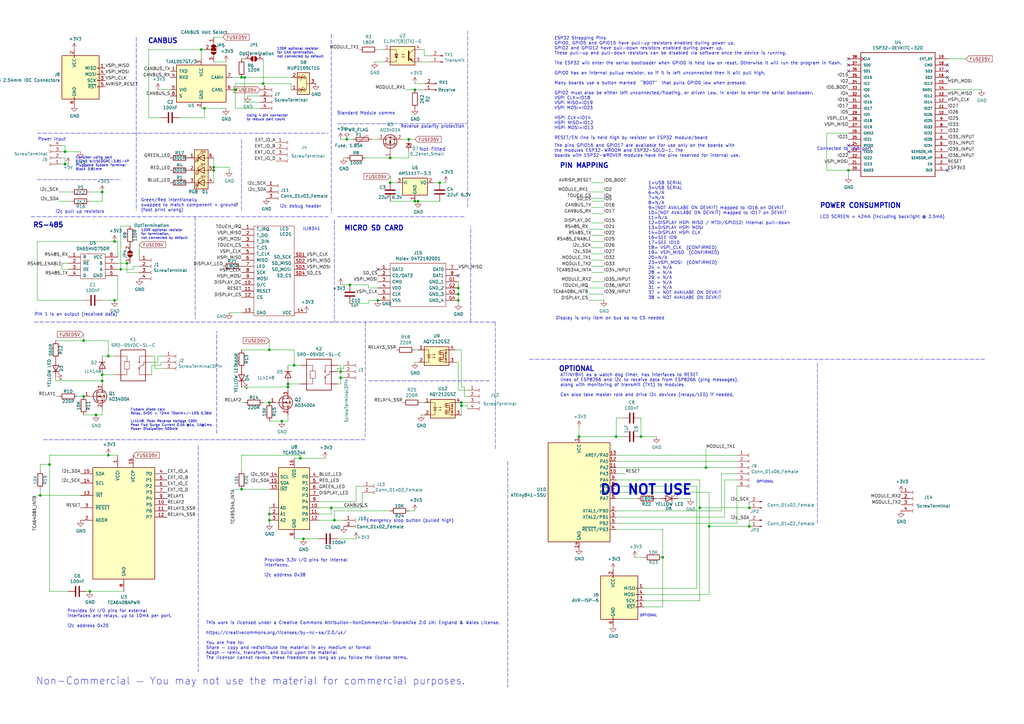
<source format=kicad_sch>
(kicad_sch (version 20211123) (generator eeschema)
  (paper "A3")
  (title_block (title "DIYBMS ESP32 CONTROLLER") (date "2021-04-08") (rev "1.1") (company "Stuart Pittaway"))
  (junction (at 160.02 64.77))
  (junction (at 36.83 242.57))
  (junction (at 139.7 154.94))
  (junction (at 180.34 74.93))
  (junction (at 139.7 152.4))
  (junction (at 20.32 190.5))
  (junction (at 187.96 123.19))
  (junction (at 34.29 139.7))
  (junction (at 34.29 162.56))
  (junction (at 26.67 67.31))
  (junction (at 289.56 191.77))
  (junction (at 307.34 208.28))
  (junction (at 287.02 208.28))
  (junction (at 39.37 170.18))
  (junction (at 347.98 69.85))
  (junction (at 171.45 82.55))
  (junction (at 167.64 57.15))
  (junction (at 124.46 220.98))
  (junction (at 160.02 74.93))
  (junction (at 154.94 123.19))
  (junction (at 83.82 44.45))
  (junction (at 115.57 172.72))
  (junction (at 87.63 68.58))
  (junction (at 107.95 34.29))
  (junction (at 290.83 215.9))
  (junction (at 118.11 158.75))
  (junction (at 44.45 146.05))
  (junction (at 307.34 215.9))
  (junction (at 135.89 208.28))
  (junction (at 99.06 31.75))
  (junction (at 87.63 69.85))
  (junction (at 137.16 213.36))
  (junction (at 96.52 36.83))
  (junction (at 110.49 165.1))
  (junction (at 189.23 165.1))
  (junction (at 41.91 156.21))
  (junction (at 110.49 213.36))
  (junction (at 262.89 179.07))
  (junction (at 110.49 143.51))
  (junction (at 99.06 200.66))
  (junction (at 187.96 120.65))
  (junction (at 100.33 31.75))
  (junction (at 16.51 203.2))
  (junction (at 120.65 149.86))
  (junction (at 170.18 82.55))
  (junction (at 41.91 153.67))
  (junction (at 118.11 157.48))
  (junction (at 271.78 228.6))
  (junction (at 252.73 179.07))
  (junction (at 237.49 179.07))
  (junction (at 46.99 123.19))
  (junction (at 82.55 20.32))
  (junction (at 143.51 116.84))
  (junction (at 123.19 187.96))
  (junction (at 49.53 110.49))
  (junction (at 142.24 57.15))
  (junction (at 44.45 186.69))
  (junction (at 170.18 36.83))
  (junction (at 41.91 78.74))
  (junction (at 189.23 166.37))
  (junction (at 46.99 99.06))
  (junction (at 110.49 210.82))
  (junction (at 187.96 118.11))
  (junction (at 52.07 107.95))
  (junction (at 26.67 62.23))
  (no_connect (at 388.62 69.85))
  (no_connect (at 347.98 59.69))
  (no_connect (at 154.94 110.49))
  (no_connect (at 187.96 113.03))
  (no_connect (at 347.98 24.13))
  (no_connect (at 347.98 29.21))
  (no_connect (at 347.98 62.23))
  (no_connect (at 388.62 26.67))
  (no_connect (at 347.98 26.67))
  (no_connect (at 388.62 31.75))
  (no_connect (at 388.62 29.21))
  (wire (pts (xy 242.57 101.6) (xy 247.65 101.6)))
  (wire (pts (xy 35.56 242.57) (xy 36.83 242.57)))
  (wire (pts (xy 22.86 139.7) (xy 34.29 139.7)))
  (wire (pts (xy 100.33 41.91) (xy 106.68 41.91)))
  (polyline (pts (xy 13.97 132.08) (xy 203.2 132.08)))
  (wire (pts (xy 139.7 154.94) (xy 139.7 157.48)))
  (wire (pts (xy 36.83 78.74) (xy 41.91 78.74)))
  (wire (pts (xy 25.4 62.23) (xy 26.67 62.23)))
  (polyline (pts (xy 217.17 147.32) (xy 403.86 147.32)))
  (wire (pts (xy 49.53 110.49) (xy 54.61 110.49)))
  (wire (pts (xy 135.89 208.28) (xy 148.59 208.28)))
  (wire (pts (xy 25.4 64.77) (xy 26.67 64.77)))
  (wire (pts (xy 285.75 199.39) (xy 285.75 241.3)))
  (wire (pts (xy 26.67 62.23) (xy 33.02 62.23)))
  (wire (pts (xy 63.5 146.05) (xy 63.5 151.13)))
  (polyline (pts (xy 135.89 13.97) (xy 135.89 87.63)))
  (wire (pts (xy 130.81 210.82) (xy 135.89 210.82)))
  (wire (pts (xy 172.72 25.4) (xy 176.53 25.4)))
  (wire (pts (xy 190.5 162.56) (xy 191.77 162.56)))
  (wire (pts (xy 99.06 165.1) (xy 100.33 165.1)))
  (wire (pts (xy 120.65 187.96) (xy 123.19 187.96)))
  (wire (pts (xy 190.5 158.75) (xy 190.5 162.56)))
  (wire (pts (xy 64.77 36.83) (xy 69.85 36.83)))
  (polyline (pts (xy 149.86 132.08) (xy 149.86 179.07)))
  (wire (pts (xy 173.99 20.32) (xy 172.72 20.32)))
  (wire (pts (xy 151.13 118.11) (xy 151.13 116.84)))
  (wire (pts (xy 41.91 167.64) (xy 41.91 170.18)))
  (wire (pts (xy 31.75 162.56) (xy 34.29 162.56)))
  (wire (pts (xy 237.49 175.26) (xy 237.49 179.07)))
  (wire (pts (xy 149.86 64.77) (xy 160.02 64.77)))
  (wire (pts (xy 99.06 158.75) (xy 118.11 158.75)))
  (polyline (pts (xy 138.43 88.9) (xy 190.5 88.9)))
  (wire (pts (xy 242.57 104.14) (xy 247.65 104.14)))
  (wire (pts (xy 347.98 72.39) (xy 347.98 69.85)))
  (polyline (pts (xy 49.53 73.66) (xy 49.53 73.66)))
  (wire (pts (xy 255.27 171.45) (xy 252.73 171.45)))
  (wire (pts (xy 96.52 36.83) (xy 96.52 34.29)))
  (wire (pts (xy 241.3 78.74) (xy 247.65 78.74)))
  (wire (pts (xy 307.34 208.28) (xy 287.02 208.28)))
  (wire (pts (xy 101.6 39.37) (xy 106.68 39.37)))
  (wire (pts (xy 130.81 208.28) (xy 135.89 208.28)))
  (wire (pts (xy 143.51 124.46) (xy 151.13 124.46)))
  (wire (pts (xy 93.98 128.27) (xy 99.06 128.27)))
  (wire (pts (xy 187.96 160.02) (xy 191.77 160.02)))
  (polyline (pts (xy 208.28 189.23) (xy 208.28 281.94)))
  (wire (pts (xy 242.57 96.52) (xy 247.65 96.52)))
  (wire (pts (xy 41.91 157.48) (xy 41.91 156.21)))
  (wire (pts (xy 16.51 193.04) (xy 16.51 190.5)))
  (wire (pts (xy 67.31 148.59) (xy 66.04 148.59)))
  (polyline (pts (xy 137.16 90.17) (xy 137.16 132.08)))
  (wire (pts (xy 44.45 146.05) (xy 41.91 146.05)))
  (wire (pts (xy 252.73 191.77) (xy 289.56 191.77)))
  (wire (pts (xy 83.82 48.26) (xy 73.66 48.26)))
  (wire (pts (xy 83.82 44.45) (xy 92.71 44.45)))
  (wire (pts (xy 22.86 156.21) (xy 41.91 156.21)))
  (wire (pts (xy 252.73 171.45) (xy 252.73 179.07)))
  (wire (pts (xy 297.18 196.85) (xy 297.18 212.09)))
  (wire (pts (xy 143.51 116.84) (xy 139.7 116.84)))
  (wire (pts (xy 152.4 57.15) (xy 154.94 57.15)))
  (wire (pts (xy 99.06 143.51) (xy 110.49 143.51)))
  (wire (pts (xy 34.29 139.7) (xy 44.45 139.7)))
  (wire (pts (xy 119.38 31.75) (xy 100.33 31.75)))
  (wire (pts (xy 52.07 107.95) (xy 53.34 107.95)))
  (wire (pts (xy 388.62 24.13) (xy 396.24 24.13)))
  (wire (pts (xy 307.34 213.36) (xy 307.34 215.9)))
  (wire (pts (xy 52.07 111.76) (xy 52.07 107.95)))
  (wire (pts (xy 241.3 123.19) (xy 247.65 123.19)))
  (wire (pts (xy 118.11 158.75) (xy 118.11 157.48)))
  (wire (pts (xy 140.97 64.77) (xy 142.24 64.77)))
  (wire (pts (xy 339.09 69.85) (xy 339.09 54.61)))
  (wire (pts (xy 130.81 213.36) (xy 137.16 213.36)))
  (wire (pts (xy 287.02 196.85) (xy 287.02 208.28)))
  (wire (pts (xy 15.24 123.19) (xy 34.29 123.19)))
  (wire (pts (xy 176.53 22.86) (xy 173.99 22.86)))
  (wire (pts (xy 46.99 123.19) (xy 41.91 123.19)))
  (wire (pts (xy 26.67 59.69) (xy 26.67 62.23)))
  (wire (pts (xy 160.02 64.77) (xy 167.64 64.77)))
  (wire (pts (xy 123.19 187.96) (xy 133.35 187.96)))
  (wire (pts (xy 137.16 209.55) (xy 160.02 209.55)))
  (wire (pts (xy 123.19 186.69) (xy 99.06 186.69)))
  (wire (pts (xy 20.32 242.57) (xy 20.32 190.5)))
  (wire (pts (xy 82.55 20.32) (xy 82.55 24.13)))
  (wire (pts (xy 46.99 146.05) (xy 44.45 146.05)))
  (wire (pts (xy 46.99 99.06) (xy 15.24 99.06)))
  (wire (pts (xy 87.63 74.93) (xy 87.63 69.85)))
  (wire (pts (xy 60.96 48.26) (xy 60.96 20.32)))
  (wire (pts (xy 241.3 120.65) (xy 247.65 120.65)))
  (wire (pts (xy 22.86 162.56) (xy 24.13 162.56)))
  (wire (pts (xy 48.26 113.03) (xy 48.26 123.19)))
  (wire (pts (xy 187.96 118.11) (xy 187.96 115.57)))
  (wire (pts (xy 241.3 93.98) (xy 247.65 93.98)))
  (polyline (pts (xy 193.04 132.08) (xy 193.04 92.71)))
  (wire (pts (xy 115.57 172.72) (xy 118.11 172.72)))
  (wire (pts (xy 57.15 111.76) (xy 52.07 111.76)))
  (wire (pts (xy 167.64 209.55) (xy 170.18 209.55)))
  (wire (pts (xy 26.67 67.31) (xy 27.94 67.31)))
  (wire (pts (xy 148.59 199.39) (xy 146.05 199.39)))
  (wire (pts (xy 262.89 171.45) (xy 262.89 179.07)))
  (wire (pts (xy 20.32 186.69) (xy 44.45 186.69)))
  (wire (pts (xy 255.27 179.07) (xy 252.73 179.07)))
  (wire (pts (xy 22.86 154.94) (xy 22.86 156.21)))
  (wire (pts (xy 138.43 151.13) (xy 140.97 151.13)))
  (wire (pts (xy 151.13 124.46) (xy 151.13 123.19)))
  (wire (pts (xy 189.23 165.1) (xy 189.23 166.37)))
  (wire (pts (xy 110.49 143.51) (xy 120.65 143.51)))
  (polyline (pts (xy 191.77 85.09) (xy 191.77 12.7)))
  (polyline (pts (xy 138.43 50.8) (xy 191.77 50.8)))
  (polyline (pts (xy 15.24 54.61) (xy 134.62 54.61)))
  (wire (pts (xy 15.24 203.2) (xy 16.51 203.2)))
  (polyline (pts (xy 203.2 132.08) (xy 203.2 184.15)))
  (wire (pts (xy 34.29 137.16) (xy 34.29 139.7)))
  (wire (pts (xy 297.18 212.09) (xy 252.73 212.09)))
  (wire (pts (xy 295.91 194.31) (xy 302.26 194.31)))
  (wire (pts (xy 27.94 107.95) (xy 25.4 107.95)))
  (wire (pts (xy 24.13 82.55) (xy 29.21 82.55)))
  (wire (pts (xy 154.94 118.11) (xy 151.13 118.11)))
  (polyline (pts (xy 80.01 88.9) (xy 80.01 130.81)))
  (wire (pts (xy 242.57 99.06) (xy 247.65 99.06)))
  (wire (pts (xy 289.56 191.77) (xy 302.26 191.77)))
  (wire (pts (xy 41.91 78.74) (xy 41.91 82.55)))
  (wire (pts (xy 99.06 31.75) (xy 100.33 31.75)))
  (wire (pts (xy 173.99 34.29) (xy 170.18 34.29)))
  (wire (pts (xy 260.35 228.6) (xy 264.16 228.6)))
  (wire (pts (xy 96.52 44.45) (xy 106.68 44.45)))
  (wire (pts (xy 25.4 59.69) (xy 26.67 59.69)))
  (wire (pts (xy 49.53 110.49) (xy 48.26 110.49)))
  (wire (pts (xy 48.26 105.41) (xy 48.26 99.06)))
  (wire (pts (xy 137.16 213.36) (xy 137.16 209.55)))
  (wire (pts (xy 87.63 68.58) (xy 93.98 68.58)))
  (wire (pts (xy 139.7 152.4) (xy 139.7 154.94)))
  (wire (pts (xy 242.57 109.22) (xy 247.65 109.22)))
  (wire (pts (xy 278.13 204.47) (xy 283.21 204.47)))
  (wire (pts (xy 252.73 204.47) (xy 261.62 204.47)))
  (wire (pts (xy 302.26 214.63) (xy 302.26 199.39)))
  (wire (pts (xy 110.49 172.72) (xy 115.57 172.72)))
  (wire (pts (xy 138.43 152.4) (xy 138.43 151.13)))
  (wire (pts (xy 295.91 209.55) (xy 295.91 194.31)))
  (wire (pts (xy 66.04 148.59) (xy 66.04 149.86)))
  (wire (pts (xy 110.49 139.7) (xy 110.49 143.51)))
  (wire (pts (xy 264.16 243.84) (xy 290.83 243.84)))
  (wire (pts (xy 252.73 196.85) (xy 287.02 196.85)))
  (polyline (pts (xy 335.28 214.63) (xy 335.28 148.59)))
  (polyline (pts (xy 99.06 57.15) (xy 99.06 86.36)))
  (wire (pts (xy 172.72 170.18) (xy 173.99 170.18)))
  (wire (pts (xy 118.11 170.18) (xy 118.11 172.72)))
  (wire (pts (xy 99.06 186.69) (xy 99.06 193.04)))
  (wire (pts (xy 83.82 44.45) (xy 83.82 48.26)))
  (wire (pts (xy 307.34 215.9) (xy 290.83 215.9)))
  (wire (pts (xy 154.94 20.32) (xy 157.48 20.32)))
  (wire (pts (xy 100.33 31.75) (xy 100.33 41.91)))
  (wire (pts (xy 189.23 143.51) (xy 189.23 158.75)))
  (wire (pts (xy 189.23 165.1) (xy 191.77 165.1)))
  (wire (pts (xy 242.57 106.68) (xy 247.65 106.68)))
  (wire (pts (xy 287.02 208.28) (xy 287.02 246.38)))
  (wire (pts (xy 63.5 151.13) (xy 67.31 151.13)))
  (wire (pts (xy 171.45 82.55) (xy 180.34 82.55)))
  (wire (pts (xy 138.43 220.98) (xy 146.05 220.98)))
  (wire (pts (xy 187.96 123.19) (xy 187.96 120.65)))
  (wire (pts (xy 252.73 189.23) (xy 302.26 189.23)))
  (wire (pts (xy 87.63 25.4) (xy 92.71 25.4)))
  (wire (pts (xy 110.49 214.63) (xy 110.49 213.36)))
  (wire (pts (xy 49.53 92.71) (xy 49.53 110.49)))
  (wire (pts (xy 60.96 20.32) (xy 82.55 20.32)))
  (wire (pts (xy 96.52 36.83) (xy 96.52 44.45)))
  (wire (pts (xy 187.96 120.65) (xy 187.96 118.11)))
  (wire (pts (xy 119.38 34.29) (xy 107.95 34.29)))
  (wire (pts (xy 191.77 166.37) (xy 191.77 167.64)))
  (wire (pts (xy 46.99 153.67) (xy 41.91 153.67)))
  (wire (pts (xy 139.7 57.15) (xy 142.24 57.15)))
  (wire (pts (xy 82.55 44.45) (xy 83.82 44.45)))
  (wire (pts (xy 25.4 107.95) (xy 25.4 110.49)))
  (wire (pts (xy 237.49 179.07) (xy 252.73 179.07)))
  (wire (pts (xy 146.05 199.39) (xy 146.05 205.74)))
  (wire (pts (xy 153.67 25.4) (xy 157.48 25.4)))
  (wire (pts (xy 41.91 82.55) (xy 36.83 82.55)))
  (wire (pts (xy 120.65 220.98) (xy 124.46 220.98)))
  (polyline (pts (xy 96.52 88.9) (xy 134.62 88.9)))
  (wire (pts (xy 252.73 194.31) (xy 256.54 194.31)))
  (wire (pts (xy 177.8 74.93) (xy 180.34 74.93)))
  (wire (pts (xy 139.7 154.94) (xy 140.97 154.94)))
  (polyline (pts (xy 15.24 73.66) (xy 49.53 73.66)))
  (wire (pts (xy 33.02 203.2) (xy 16.51 203.2)))
  (wire (pts (xy 123.19 157.48) (xy 118.11 157.48)))
  (wire (pts (xy 271.78 248.92) (xy 264.16 248.92)))
  (wire (pts (xy 242.57 81.28) (xy 247.65 81.28)))
  (wire (pts (xy 189.23 166.37) (xy 189.23 170.18)))
  (wire (pts (xy 48.26 107.95) (xy 52.07 107.95)))
  (wire (pts (xy 62.23 146.05) (xy 63.5 146.05)))
  (wire (pts (xy 252.73 209.55) (xy 295.91 209.55)))
  (wire (pts (xy 189.23 166.37) (xy 191.77 166.37)))
  (wire (pts (xy 57.15 106.68) (xy 57.15 100.33)))
  (wire (pts (xy 20.32 190.5) (xy 20.32 186.69)))
  (wire (pts (xy 186.69 143.51) (xy 189.23 143.51)))
  (wire (pts (xy 137.16 213.36) (xy 140.97 213.36)))
  (wire (pts (xy 96.52 200.66) (xy 99.06 200.66)))
  (wire (pts (xy 44.45 186.69) (xy 48.26 186.69)))
  (polyline (pts (xy 12.7 88.9) (xy 95.25 88.9)))
  (wire (pts (xy 167.64 57.15) (xy 170.18 57.15)))
  (wire (pts (xy 166.37 36.83) (xy 170.18 36.83)))
  (wire (pts (xy 66.04 48.26) (xy 60.96 48.26)))
  (wire (pts (xy 119.38 36.83) (xy 119.38 34.29)))
  (wire (pts (xy 64.77 148.59) (xy 64.77 146.05)))
  (wire (pts (xy 54.61 109.22) (xy 57.15 109.22)))
  (wire (pts (xy 170.18 36.83) (xy 173.99 36.83)))
  (wire (pts (xy 135.89 210.82) (xy 135.89 208.28)))
  (wire (pts (xy 242.57 111.76) (xy 247.65 111.76)))
  (wire (pts (xy 151.13 123.19) (xy 154.94 123.19)))
  (wire (pts (xy 27.94 242.57) (xy 20.32 242.57)))
  (wire (pts (xy 187.96 160.02) (xy 187.96 148.59)))
  (wire (pts (xy 107.95 24.13) (xy 107.95 34.29)))
  (wire (pts (xy 172.72 165.1) (xy 173.99 165.1)))
  (wire (pts (xy 139.7 157.48) (xy 138.43 157.48)))
  (wire (pts (xy 107.95 165.1) (xy 110.49 165.1)))
  (wire (pts (xy 49.53 92.71) (xy 53.34 92.71)))
  (wire (pts (xy 50.8 242.57) (xy 36.83 242.57)))
  (wire (pts (xy 142.24 57.15) (xy 144.78 57.15)))
  (wire (pts (xy 41.91 156.21) (xy 41.91 153.67)))
  (wire (pts (xy 39.37 170.18) (xy 41.91 170.18)))
  (polyline (pts (xy 81.28 182.88) (xy 81.28 275.59)))
  (wire (pts (xy 34.29 170.18) (xy 39.37 170.18)))
  (wire (pts (xy 44.45 139.7) (xy 44.45 146.05)))
  (wire (pts (xy 25.4 110.49) (xy 27.94 110.49)))
  (wire (pts (xy 242.57 85.09) (xy 247.65 85.09)))
  (wire (pts (xy 99.06 24.13) (xy 100.33 24.13)))
  (wire (pts (xy 87.63 15.24) (xy 91.44 15.24)))
  (wire (pts (xy 160.02 82.55) (xy 170.18 82.55)))
  (wire (pts (xy 62.23 149.86) (xy 62.23 153.67)))
  (wire (pts (xy 173.99 22.86) (xy 173.99 20.32)))
  (wire (pts (xy 146.05 205.74) (xy 130.81 205.74)))
  (wire (pts (xy 25.4 67.31) (xy 26.67 67.31)))
  (wire (pts (xy 140.97 151.13) (xy 140.97 149.86)))
  (wire (pts (xy 290.83 215.9) (xy 290.83 201.93)))
  (wire (pts (xy 160.02 74.93) (xy 162.56 74.93)))
  (wire (pts (xy 26.67 64.77) (xy 26.67 67.31)))
  (polyline (pts (xy 151.13 156.21) (xy 200.66 156.21)))
  (wire (pts (xy 307.34 208.28) (xy 307.34 205.74)))
  (wire (pts (xy 247.65 118.11) (xy 241.3 118.11)))
  (wire (pts (xy 339.09 54.61) (xy 347.98 54.61)))
  (wire (pts (xy 264.16 246.38) (xy 287.02 246.38)))
  (wire (pts (xy 140.97 152.4) (xy 139.7 152.4)))
  (wire (pts (xy 118.11 160.02) (xy 118.11 158.75)))
  (wire (pts (xy 165.1 57.15) (xy 167.64 57.15)))
  (wire (pts (xy 242.57 87.63) (xy 247.65 87.63)))
  (wire (pts (xy 170.18 143.51) (xy 171.45 143.51)))
  (wire (pts (xy 388.62 36.83) (xy 402.59 36.83)))
  (wire (pts (xy 187.96 148.59) (xy 186.69 148.59)))
  (wire (pts (xy 16.51 203.2) (xy 16.51 200.66)))
  (wire (pts (xy 64.77 146.05) (xy 67.31 146.05)))
  (wire (pts (xy 242.57 82.55) (xy 247.65 82.55)))
  (wire (pts (xy 347.98 69.85) (xy 339.09 69.85)))
  (wire (pts (xy 242.57 74.93) (xy 247.65 74.93)))
  (wire (pts (xy 187.96 124.46) (xy 187.96 123.19)))
  (wire (pts (xy 123.19 187.96) (xy 123.19 186.69)))
  (wire (pts (xy 170.18 82.55) (xy 171.45 82.55)))
  (polyline (pts (xy 17.78 180.34) (xy 149.86 180.34)))
  (wire (pts (xy 54.61 110.49) (xy 54.61 109.22)))
  (wire (pts (xy 95.25 36.83) (xy 96.52 36.83)))
  (wire (pts (xy 139.7 149.86) (xy 139.7 152.4)))
  (wire (pts (xy 99.06 200.66) (xy 110.49 200.66)))
  (wire (pts (xy 167.64 64.77) (xy 167.64 62.23)))
  (polyline (pts (xy 55.88 15.24) (xy 55.88 86.36)))
  (wire (pts (xy 271.78 228.6) (xy 271.78 248.92)))
  (wire (pts (xy 271.78 217.17) (xy 271.78 228.6)))
  (wire (pts (xy 62.23 148.59) (xy 64.77 148.59)))
  (wire (pts (xy 302.26 196.85) (xy 297.18 196.85)))
  (wire (pts (xy 95.25 31.75) (xy 99.06 31.75)))
  (wire (pts (xy 170.18 148.59) (xy 171.45 148.59)))
  (wire (pts (xy 242.57 91.44) (xy 247.65 91.44)))
  (wire (pts (xy 252.73 199.39) (xy 285.75 199.39)))
  (wire (pts (xy 48.26 99.06) (xy 46.99 99.06)))
  (wire (pts (xy 242.57 115.57) (xy 247.65 115.57)))
  (wire (pts (xy 180.34 74.93) (xy 182.88 74.93)))
  (wire (pts (xy 87.63 68.58) (xy 87.63 69.85)))
  (wire (pts (xy 252.73 186.69) (xy 302.26 186.69)))
  (wire (pts (xy 124.46 220.98) (xy 130.81 220.98)))
  (polyline (pts (xy 200.66 156.21) (xy 200.66 156.21)))
  (wire (pts (xy 290.83 201.93) (xy 252.73 201.93)))
  (wire (pts (xy 93.98 68.58) (xy 93.98 69.85)))
  (wire (pts (xy 15.24 99.06) (xy 15.24 123.19)))
  (wire (pts (xy 138.43 149.86) (xy 139.7 149.86)))
  (wire (pts (xy 87.63 64.77) (xy 87.63 68.58)))
  (wire (pts (xy 123.19 149.86) (xy 120.65 149.86)))
  (wire (pts (xy 82.55 20.32) (xy 83.82 20.32)))
  (wire (pts (xy 290.83 243.84) (xy 290.83 215.9)))
  (wire (pts (xy 66.04 149.86) (xy 62.23 149.86)))
  (wire (pts (xy 16.51 190.5) (xy 20.32 190.5)))
  (wire (pts (xy 285.75 241.3) (xy 264.16 241.3)))
  (wire (pts (xy 120.65 149.86) (xy 118.11 149.86)))
  (wire (pts (xy 269.24 204.47) (xy 270.51 204.47)))
  (wire (pts (xy 120.65 143.51) (xy 120.65 149.86)))
  (wire (pts (xy 48.26 123.19) (xy 46.99 123.19)))
  (wire (pts (xy 289.56 191.77) (xy 289.56 184.15)))
  (wire (pts (xy 148.59 208.28) (xy 148.59 201.93)))
  (wire (pts (xy 252.73 214.63) (xy 302.26 214.63)))
  (wire (pts (xy 160.02 74.93) (xy 160.02 72.39)))
  (wire (pts (xy 29.21 78.74) (xy 24.13 78.74)))
  (wire (pts (xy 151.13 116.84) (xy 143.51 116.84)))
  (polyline (pts (xy 88.9 177.8) (xy 88.9 135.89)))
  (wire (pts (xy 262.89 179.07) (xy 269.24 179.07)))
  (wire (pts (xy 110.49 213.36) (xy 110.49 210.82)))
  (wire (pts (xy 96.52 34.29) (xy 107.95 34.29)))
  (wire (pts (xy 252.73 217.17) (xy 271.78 217.17)))
  (wire (pts (xy 189.23 158.75) (xy 190.5 158.75)))
  (wire (pts (xy 110.49 210.82) (xy 110.49 208.28)))
  (text "OPTIONAL" (at 262.382 253.111 0) (effects (font (size 0.9906 0.9906)) (justify left bottom)))
  (text "PIN 1 is an output (received data)" (at 14.097 129.794 0) (effects (font (size 1.27 1.27)) (justify left bottom)))
  (text "This work is licensed under a Creative Commons Attribution-NonCommercial-ShareAlike 2.0 UK: England & Wales License.\n\nhttps://creativecommons.org/licenses/by-nc-sa/2.0/uk/\n\nYou are free to:\nShare — copy and redistribute the material in any medium or format\nAdapt — remix, transform, and build upon the material\nThe licensor cannot revoke these freedoms as long as you follow the license terms." (at 84.455 270.637 0) (effects (font (size 1.27 1.27)) (justify left bottom)))
  (text "Consider using part\nC7245 WJ15EDGRC-3.81-4P\nPluggable System Terminal \nBlock 3.81mm" (at 30.988 70.104 0) (effects (font (size 0.9906 0.9906)) (justify left bottom)))
  (text "Display is only item on bus so no CS needed" (at 227.838 131.318 0) (effects (font (size 1.27 1.27)) (justify left bottom)))
  (text "DO NOT USE" (at 245.872 203.327 0) (effects (font (size 3.9878 3.9878) (thickness 0.7976) bold) (justify left bottom)))
  (text "Reverse polarity protection" (at 164.338 52.705 0) (effects (font (size 1.27 1.27)) (justify left bottom)))
  (text "120R optional resistor \nfor CAN termination, \nnot connected by default" (at 113.538 23.876 0) (effects (font (size 0.9906 0.9906)) (justify left bottom)))
  (text "Connected to USB port\n" (at 335.026 61.849 0) (effects (font (size 1.27 1.27)) (justify left bottom)))
  (text "120R optional resistor \nfor termination, \nnot connected by default" (at 57.785 98.298 0) (effects (font (size 0.9906 0.9906)) (justify left bottom)))
  (text "OPTIONAL" (at 310.261 198.247 0) (effects (font (size 0.9906 0.9906)) (justify left bottom)))
  (text "Not fitted" (at 171.831 62.23 0) (effects (font (size 1.4986 1.4986)) (justify left bottom)))
  (text "Provides 3.3V I/O pins for internal\ninterfaces.\n\ni2c address 0x38" (at 108.331 236.728 0) (effects (font (size 1.27 1.27)) (justify left bottom)))
  (text "Provides 5V I/O pins for external \ninterfaces and relays, up to 10mA per port.\n\ni2c address 0x20" (at 27.559 257.556 0) (effects (font (size 1.27 1.27)) (justify left bottom)))
  (text "1=USB SERIAL\n3=USB SERIAL\n6=N/A\n7=N/A\n8=N/A\n9=[NOT AVAILABE ON DEVKIT] mapped to IO16 on DEVKIT\n10=[NOT AVAILABE ON DEVKIT] mapped to IO17 on DEVKIT\n11=N/A\n12=DISPLAY HSPI MISO / MTDI/GPIO12: internal pull-down\n13=DISPLAY HSPI MOSI\n14=DISPLAY HSPI CLK\n16=SEE IO9\n17=SEE IO10\n18= VSPI_CLK  (CONFIRMED)\n19= VSPI_MISO  (CONFIRMED)\n20=N/A\n23=VSPI_MOSI  (CONFIRMED)\n24 = N/A\n28 = N/A\n29 = N/A\n30 = N/A\n31 = N/A\n37 = NOT AVAILABE ON DEVKIT\n38 = NOT AVAILABE ON DEVKIT\n" (at 265.811 122.936 0) (effects (font (size 1.27 1.27)) (justify left bottom)))
  (text "The pins GPIO16 and GPIO17 are available for use only on the boards with \nthe modules ESP32-WROOM and ESP32-SOLO-1. The \nboards with ESP32-WROVER modules have the pins reserved for internal use." (at 227.33 64.643 0) (effects (font (size 1.27 1.27)) (justify left bottom)))
  (text "Using 4 pin connector \nto reduce part count" (at 101.092 49.657 0) (effects (font (size 0.9906 0.9906)) (justify left bottom)))
  (text "i2c debug header" (at 114.681 85.471 0) (effects (font (size 1.27 1.27)) (justify left bottom)))
  (text "PIN MAPPING" (at 229.489 69.215 0) (effects (font (size 2.0066 2.0066) (thickness 0.4013) bold) (justify left bottom)))
  (text "i2c pull up resistors" (at 22.733 87.63 0) (effects (font (size 1.27 1.27)) (justify left bottom)))
  (text "Power input" (at 15.494 57.912 0) (effects (font (size 1.27 1.27)) (justify left bottom)))
  (text "MICRO SD CARD" (at 141.097 94.869 0) (effects (font (size 2.0066 2.0066) (thickness 0.4013) bold) (justify left bottom)))
  (text "CANBUS" (at 60.579 18.034 0) (effects (font (size 2.0066 2.0066) (thickness 0.4013) bold) (justify left bottom)))
  (text "Green/Red intentionally \nswapped to match component + ground!\n(foot print wrong)\n" (at 57.785 86.995 0) (effects (font (size 1.27 1.27)) (justify left bottom)))
  (text "ATTINY841 as a watch dog timer, has interfaces to RESET \nlines of ESP8266 and i2c to receive data from ESP8266 (ping messages), \nalong with monitoring of transmit (TX1) to modules\n\nCan also take master role and drive i2c devices (relays/LED) if needed." (at 229.743 162.814 0) (effects (font (size 1.27 1.27)) (justify left bottom)))
  (text "POWER CONSUMPTION" (at 336.169 85.598 0) (effects (font (size 2.0066 2.0066) (thickness 0.4013) bold) (justify left bottom)))
  (text "OPTIONAL" (at 229.108 152.527 0) (effects (font (size 2.0066 2.0066) (thickness 0.4013) bold) (justify left bottom)))
  (text "Standard Module comms" (at 138.176 47.244 0) (effects (font (size 1.27 1.27)) (justify left bottom)))
  (text "ESP32 Strapping Pins\nGPIO0, GPIO5 and GPIO15 have pull-up resistors enabled during power up.\nGPIO2 and GPIO12 have pull-down resistors enabled during power up.\nThese pull-up and pull-down resistors can be disabled via software once the device is running.\n\nThe ESP32 will enter the serial bootloader when GPIO0 is held low on reset. Otherwise it will run the program in flash.\n\nGPIO0 has an internal pullup resistor, so if it is left unconnected then it will pull high.\n\nMany boards use a button marked  “BOOT”  that pulls GPIO0 low when pressed.\n\nGPIO2 must also be either left unconnected/floating, or driven Low, in order to enter the serial bootloader.\nVSPI CLK=IO18\nVSPI MISO=IO19\nVSPI MOSI=IO23\n\nHSPI CLK=IO14\nHSPI MISO=IO12\nHSPI MOSI=IO13\n\nRESET/EN line is held high by resistor on ESP32 module/board" (at 227.33 57.404 0) (effects (font (size 1.27 1.27)) (justify left bottom)))
  (text "RS-485" (at 13.462 93.599 0) (effects (font (size 2.0066 2.0066) (thickness 0.4013) bold) (justify left bottom)))
  (text "ILI9341" (at 131.445 94.742 180) (effects (font (size 1.27 1.27)) (justify right bottom)))
  (text "Non-Commercial — You may not use the material for commercial purposes.\n" (at 14.605 281.178 0) (effects (font (size 2.9972 2.9972)) (justify left bottom)))
  (text "LCD SCREEN = 42mA (including backlight @ 2.5mA)\n" (at 336.296 89.789 0) (effects (font (size 1.27 1.27)) (justify left bottom)))
  (text "Flyback diode calc\nRelay, 5VDC = 72mA 70ohm+/-10% 0.36W\n\nLL4148, Peak Reverse Voltage 100V\nPeak Fwd Surge Current 0.5A @1s, 1A@1ms\nPower Dissipation 500mW" (at 53.467 176.657 0) (effects (font (size 0.9906 0.9906)) (justify left bottom)))
  (text "Emergency stop button (pulled high)" (at 150.241 214.376 0) (effects (font (size 1.27 1.27)) (justify left bottom)))
  (label "AVRISP_RESET" (at 43.18 35.56 0))
  (label "RESET" (at 33.02 208.28 180))
  (label "VSPI_MOSI" (at 43.18 30.48 0))
  (label "RELAY2" (at 68.58 207.01 0))
  (label "DISPLAY_LED" (at 91.44 109.22 180))
  (label "RS485_TX" (at 242.57 96.52 180))
  (label "VSPI_CLK" (at 43.18 33.02 0))
  (label "RELAY2" (at 99.06 165.1 180))
  (label "VSPI_MISO" (at 187.96 110.49 0))
  (label "IO22" (at 247.65 96.52 0))
  (label "IO34_INPUT" (at 247.65 111.76 0))
  (label "VSPI_MOSI" (at 154.94 115.57 180))
  (label "CANBUS_S" (at 140.97 208.28 0))
  (label "HSPI_CLK" (at 99.06 111.76 180))
  (label "VSPI_CLK" (at 99.06 104.14 180))
  (label "IO22" (at 347.98 64.77 180))
  (label "VSPI_MISO" (at 43.18 27.94 0))
  (label "IO39_INPUT" (at 247.65 120.65 0))
  (label "EXT_IO_A" (at 113.03 58.42 180))
  (label "TOUCH_IRQ" (at 99.06 93.98 180))
  (label "i2c_SDA" (at 109.22 78.74 180))
  (label "IO32" (at 388.62 54.61 0))
  (label "MODULE_RX2" (at 369.57 204.47 180))
  (label "IO4" (at 347.98 39.37 180))
  (label "IO39_INPUT" (at 388.62 62.23 0))
  (label "TOUCH_CS" (at 242.57 81.28 180))
  (label "IO25" (at 247.65 99.06 0))
  (label "CANBUS_RX" (at 69.85 31.75 180))
  (label "IO33" (at 388.62 52.07 0))
  (label "IO26" (at 247.65 101.6 0))
  (label "i2c_SDA" (at 33.02 194.31 180))
  (label "MODULE_RX1" (at 166.37 36.83 180))
  (label "GREEN_LED" (at 69.85 64.77 180))
  (label "i2c_SCK" (at 109.22 76.2 180))
  (label "TCA9534A_INTA" (at 96.52 200.66 270))
  (label "VSPI_MISO" (at 347.98 52.07 180))
  (label "IO26" (at 388.62 46.99 0))
  (label "RED_LED" (at 69.85 69.85 180))
  (label "i2c_SDA" (at 110.49 198.12 180))
  (label "CANBUS_S" (at 69.85 39.37 180))
  (label "RS485_TX" (at 27.94 113.03 180))
  (label "IO27" (at 388.62 44.45 0))
  (label "IO32" (at 247.65 106.68 0))
  (label "IO36_INPUT" (at 247.65 118.11 0))
  (label "VSPI_CLK" (at 154.94 120.65 180))
  (label "CANBUS_RX" (at 242.57 87.63 180))
  (label "IO0_BOOT" (at 247.65 74.93 0))
  (label "i2c_SCK" (at 307.34 205.74 180))
  (label "TCA6408A_INTB" (at 15.24 203.2 270))
  (label "i2c_SDA" (at 307.34 213.36 180))
  (label "IO21" (at 347.98 57.15 180))
  (label "DISPLAY_CS" (at 241.3 123.19 180))
  (label "BLUE_LED" (at 69.85 74.93 180))
  (label "RS485_ENABLE" (at 25.4 109.22 180))
  (label "GREEN_LED" (at 130.81 200.66 0))
  (label "IO33" (at 247.65 109.22 0))
  (label "DISPLAY_DC" (at 242.57 91.44 180))
  (label "IO5" (at 347.98 46.99 180))
  (label "RESET" (at 256.54 194.31 0))
  (label "EXT_IO_B" (at 113.03 60.96 180))
  (label "SD_CS" (at 125.73 113.03 0))
  (label "i2c_SCK" (at 242.57 101.6 180))
  (label "IO17" (at 347.98 44.45 180))
  (label "IO15" (at 247.65 91.44 0))
  (label "RELAY1" (at 22.86 162.56 180))
  (label "ESP3V3" (at 388.62 69.85 0))
  (label "VSPI_CLK" (at 125.73 105.41 0))
  (label "IO5" (at 247.65 82.55 0))
  (label "EXT_IO_B" (at 68.58 196.85 0))
  (label "HSPI_MOSI" (at 99.06 114.3 180))
  (label "VSPI_MISO" (at 125.73 107.95 0))
  (label "TOUCH_IRQ" (at 241.3 118.11 180))
  (label "SD_CS" (at 154.94 113.03 180))
  (label "HSPI_CLK" (at 388.62 41.91 0))
  (label "RELAY4_SSR" (at 68.58 212.09 0))
  (label "HSPI_MISO" (at 388.62 39.37 0))
  (label "CANBUS_TX" (at 242.57 85.09 180))
  (label "RS485_ENABLE" (at 242.57 99.06 180))
  (label "MODULE_TX1" (at 147.32 20.32 180))
  (label "IO21" (at 247.65 93.98 0))
  (label "MODULE_TX1" (at 242.57 106.68 180))
  (label "IO15" (at 347.98 31.75 180))
  (label "MODULE_TX1" (at 289.56 184.15 0))
  (label "IO4" (at 247.65 81.28 0))
  (label "IO35_INPUT" (at 247.65 115.57 0))
  (label "RESET" (at 99.06 119.38 180))
  (label "EXT_IO_C" (at 68.58 199.39 0))
  (label "EXT_IO_D" (at 68.58 201.93 0))
  (label "RESET" (at 388.62 67.31 0))
  (label "IO16" (at 347.98 41.91 180))
  (label "TCA6408A_INTB" (at 241.3 120.65 180))
  (label "HSPI_MISO" (at 99.06 106.68 180))
  (label "i2c_SCK" (at 110.49 195.58 180))
  (label "RELAY3_SSR" (at 68.58 209.55 0))
  (label "IO34_INPUT" (at 388.62 59.69 0))
  (label "DISPLAY_LED" (at 130.81 203.2 0))
  (label "IO27" (at 247.65 104.14 0))
  (label "IO35_INPUT" (at 388.62 57.15 0))
  (label "VSPI_CLK" (at 347.98 49.53 180))
  (label "DISPLAY_CS" (at 99.06 121.92 180))
  (label "BLUE_LED" (at 130.81 195.58 0))
  (label "IO2" (at 247.65 78.74 0))
  (label "SD_CS" (at 242.57 82.55 180))
  (label "TOUCH_CS" (at 99.06 101.6 180))
  (label "RELAY3_SSR" (at 162.56 143.51 180))
  (label "i2c_SDA" (at 242.57 104.14 180))
  (label "RELAY1" (at 68.58 204.47 0))
  (label "IO0_BOOT" (at 347.98 36.83 180))
  (label "i2c_SDA" (at 24.13 82.55 180))
  (label "HSPI_MOSI" (at 388.62 34.29 0))
  (label "VSPI_MOSI" (at 125.73 110.49 0))
  (label "RELAY4_SSR" (at 165.1 165.1 180))
  (label "MODULE_RX1" (at 241.3 78.74 180))
  (label "VSPI_MOSI" (at 99.06 99.06 180))
  (label "RS485_RX" (at 241.3 93.98 180))
  (label "EXT_IO_C" (at 113.03 63.5 180))
  (label "MODULE_RX2" (at 242.57 115.57 180))
  (label "MODULE_TX2" (at 242.57 109.22 180))
  (label "RED_LED" (at 130.81 198.12 0))
  (label "VSPI_MISO" (at 99.06 96.52 180))
  (label "TCA9534A_INTA" (at 242.57 111.76 180))
  (label "VSPI_MOSI" (at 347.98 67.31 180))
  (label "RS485_RX" (at 27.94 105.41 180))
  (label "AVRISP_RESET" (at 242.57 74.93 180))
  (label "EXT_IO_A" (at 68.58 194.31 0))
  (label "CANBUS_TX" (at 69.85 29.21 180))
  (label "IO16" (at 247.65 85.09 0))
  (label "IO36_INPUT" (at 388.62 64.77 0))
  (label "DISPLAY_DC" (at 99.06 116.84 180))
  (label "IO17" (at 247.65 87.63 0))
  (label "MODULE_TX2" (at 369.57 207.01 180))
  (label "EXT_IO_D" (at 113.03 66.04 180))
  (label "IO25" (at 388.62 49.53 0))
  (label "i2c_SCK" (at 33.02 198.12 180))
  (label "IO2" (at 347.98 34.29 180))
  (label "i2c_SCK" (at 24.13 78.74 180))
  (global_label "FUSED5V" (shape input) (at 110.49 139.7 180) (property "Intersheet References" "${INTERSHEET_REFS}" (effects hide)))
  (global_label "FUSED5V" (shape input) (at 170.18 57.15 0) (property "Intersheet References" "${INTERSHEET_REFS}" (effects hide)))
  (global_label "FUSED5V" (shape input) (at 396.24 24.13 0) (property "Intersheet References" "${INTERSHEET_REFS}" (effects hide)))
  (global_label "FUSED5V" (shape input) (at 160.02 72.39 180) (property "Intersheet References" "${INTERSHEET_REFS}" (effects hide)))
  (global_label "FUSED5V" (shape input) (at 91.44 15.24 0) (property "Intersheet References" "${INTERSHEET_REFS}" (effects hide)))
  (global_label "FUSED5V" (shape input) (at 54.61 186.69 0) (property "Intersheet References" "${INTERSHEET_REFS}" (effects hide)))
  (global_label "FUSED5V" (shape input) (at 34.29 137.16 180) (property "Intersheet References" "${INTERSHEET_REFS}" (effects hide)))
  (global_label "FUSED5V" (shape input) (at 106.68 36.83 180) (property "Intersheet References" "${INTERSHEET_REFS}" (effects hide)))
  (global_label "FUSED5V" (shape input) (at 57.15 100.33 0) (property "Intersheet References" "${INTERSHEET_REFS}" (effects hide)))
  (symbol (lib_id "power:+3.3V") (at 170.18 34.29 0) (unit 1)
    (property "Reference" "#PWR0101" (effects hide))
    (property "Value" "+3.3V" (at 170.561 29.8958 0))
  )
  (symbol (lib_id "Device:LED_RGB") (at 82.55 69.85 0) (unit 1)
    (property "Reference" "D1" (at 84.201 78.613 0))
    (property "Value" "RGB" (at 79.248 78.613 0))
    (property "Footprint" "LED_SMD:LED_RGB_5050-6" (effects hide))
    (property "Datasheet" "https://datasheet.lcsc.com/szlcsc/Hongli-Zhihui-HONGLITRONIC-HL-AF-5060H271BU46FU79GC-S1-THL_C219409.pdf" (effects hide))
    (property "LCSCStockCode" "C219409" (effects hide))
  )
  (symbol (lib_id "power:GND") (at 93.98 69.85 0) (unit 1)
    (property "Reference" "#PWR0104" (effects hide))
    (property "Value" "GND" (at 94.107 74.2442 0))
  )
  (symbol (lib_id "Isolator:PC817") (at 165.1 22.86 0) (unit 1)
    (property "Reference" "U2" (at 165.1 14.605 0))
    (property "Value" "EL3H7(B)(TA)-G" (at 165.1 16.9164 0))
    (property "Footprint" "Package_SO:SOP-4_4.4x2.6mm_P1.27mm" (effects hide))
    (property "Datasheet" "https://datasheet.lcsc.com/szlcsc/Everlight-Elec-EL3H7-B-TA-G_C32565.pdf" (effects hide))
    (property "LCSCStockCode" "C32565" (effects hide))
    (property "JLCPCBRotation" "90" (effects hide))
  )
  (symbol (lib_id "Connector:Conn_01x02_Male") (at 179.07 36.83 180) (unit 1)
    (property "Reference" "RX1" (at 183.896 33.782 0) (effects (justify left)))
    (property "Value" "Receive" (at 186.944 36.83 0) (effects (justify left)))
    (property "Footprint" "Connector_JST:JST_PH_S2B-PH-K_1x02_P2.00mm_Horizontal" (effects hide))
    (property "LCSCStockCode" "C157932" (effects hide))
    (property "PartNumber" "S2B-PH-K-S-GW" (effects hide))
  )
  (symbol (lib_id "Connector:Conn_01x02_Male") (at 181.61 25.4 180) (unit 1)
    (property "Reference" "TX1" (at 182.3212 22.4028 0) (effects (justify right)))
    (property "Value" "Transmit" (at 182.3212 24.7142 0) (effects (justify right)))
    (property "Footprint" "Connector_JST:JST_PH_S2B-PH-K_1x02_P2.00mm_Horizontal" (effects hide))
    (property "LCSCStockCode" "C157932" (effects hide))
    (property "PartNumber" "S2B-PH-K-S-GW" (effects hide))
  )
  (symbol (lib_id "Device:R") (at 170.18 40.64 180) (unit 1)
    (property "Reference" "R2" (at 175.4378 40.64 90))
    (property "Value" "2K2" (at 173.1264 40.64 90))
    (property "Footprint" "Resistor_SMD:R_0805_2012Metric" (effects hide))
    (property "LCSCStockCode" "C17520" (effects hide))
    (property "PartNumber" "0805W8F2201T5E" (effects hide))
  )
  (symbol (lib_id "power:GND") (at 153.67 25.4 0) (unit 1)
    (property "Reference" "#PWR0105" (effects hide))
    (property "Value" "GND" (at 153.797 29.7942 0))
  )
  (symbol (lib_id "Device:R") (at 151.13 20.32 270) (unit 1)
    (property "Reference" "R3" (at 151.13 15.0622 90))
    (property "Value" "180R" (at 151.13 17.3736 90))
    (property "Footprint" "Resistor_SMD:R_0805_2012Metric" (effects hide))
    (property "LCSCStockCode" "C25270" (effects hide))
    (property "PartNumber" "0805W8F1800T5E" (effects hide))
  )
  (symbol (lib_id "power:GND") (at 170.18 44.45 0) (unit 1)
    (property "Reference" "#PWR01" (effects hide))
    (property "Value" "GND" (at 170.307 48.8442 0))
  )
  (symbol (lib_id "diybms:ESP32-DEVKITC-32D") (at 368.3 46.99 180) (unit 1)
    (property "Reference" "U4" (at 368.3 17.3482 0))
    (property "Value" "ESP32-DEVKITC-32D" (at 368.3 19.6596 0))
    (property "Footprint" "MODULE_ESP32-DEVKITC-32D" (effects hide))
    (property "Datasheet" "Espressif Systems" (effects hide))
    (property "LCSCStockCode" "C319202/C319202" (effects hide))
    (property "Field4" "4" (effects hide))
  )
  (symbol (lib_id "power:+3V3") (at 92.71 25.4 0) (unit 1)
    (property "Reference" "#PWR0115" (effects hide))
    (property "Value" "+3V3" (at 93.091 21.0058 0))
  )
  (symbol (lib_id "Connector:AVR-ISP-6") (at 33.02 33.02 0) (unit 1)
    (property "Reference" "J8" (at 24.6634 30.5816 0) (effects (justify right)))
    (property "Value" "2x3 2.54mm IDC Connectors" (at 24.6634 32.893 0) (effects (justify right)))
    (property "Footprint" "Connector_PinHeader_2.54mm:PinHeader_2x03_P2.54mm_Vertical" (effects hide))
    (property "Datasheet" "https://lcsc.com/product-detail/IDC-Connectors_Ckmtw-Shenzhen-Cankemeng-C132438_C132438.html" (effects hide))
    (property "LCSCStockCode" "C132438" (effects hide))
  )
  (symbol (lib_id "power:+3V3") (at 30.48 20.32 0) (unit 1)
    (property "Reference" "#PWR0117" (effects hide))
    (property "Value" "+3V3" (at 30.861 15.9258 0))
  )
  (symbol (lib_id "power:GND") (at 92.71 44.45 0) (unit 1)
    (property "Reference" "#PWR0116" (effects hide))
    (property "Value" "GND" (at 92.837 48.8442 0))
  )
  (symbol (lib_id "power:GND") (at 30.48 43.18 0) (unit 1)
    (property "Reference" "#PWR0118" (effects hide))
    (property "Value" "GND" (at 30.607 47.5742 0))
  )
  (symbol (lib_id "Connector:Conn_01x04_Female") (at 111.76 39.37 0) (unit 1)
    (property "Reference" "J7" (at 112.4712 38.7096 0) (effects (justify left)))
    (property "Value" "ScrewTerminal" (at 112.4712 41.021 0) (effects (justify left)))
    (property "Footprint" "ControllerCircuit:Terminal-Block_3.81_4P_LCSC_C395880" (effects hide))
    (property "LCSCStockCode" "C395880" (effects hide))
  )
  (symbol (lib_id "Device:C") (at 38.1 123.19 90) (unit 1)
    (property "Reference" "C1" (at 38.1 116.7892 90))
    (property "Value" "100nF" (at 38.1 119.1006 90))
    (property "Footprint" "Capacitor_SMD:C_0805_2012Metric" (effects hide))
    (property "Datasheet" "https://datasheet.lcsc.com/szlcsc/YAGEO-CC0805KRX7R9BB104_C49678.pdf" (effects hide))
    (property "LCSCStockCode" "C49678" (effects hide))
  )
  (symbol (lib_id "Device:R") (at 99.06 27.94 0) (unit 1)
    (property "Reference" "R6" (at 101.473 26.924 0) (effects (justify left)))
    (property "Value" "120R" (at 101.473 28.702 0) (effects (justify left)))
    (property "Footprint" "Resistor_SMD:R_0805_2012Metric" (effects hide))
    (property "LCSCStockCode" "C17437" (effects hide))
    (property "PartNumber" "0805W8F1200T5E" (effects hide))
    (property "JLCPCBRotation" "0" (effects hide))
  )
  (symbol (lib_id "Device:C") (at 69.85 48.26 90) (unit 1)
    (property "Reference" "C2" (at 69.85 41.8592 90))
    (property "Value" "100nF" (at 69.85 44.1706 90))
    (property "Footprint" "Capacitor_SMD:C_0805_2012Metric" (effects hide))
    (property "Datasheet" "https://datasheet.lcsc.com/szlcsc/YAGEO-CC0805KRX7R9BB104_C49678.pdf" (effects hide))
    (property "LCSCStockCode" "C49678" (effects hide))
    (property "JLCPCBRotation" "0.0" (effects hide))
  )
  (symbol (lib_id "Device:Polyfuse") (at 148.59 57.15 270) (unit 1)
    (property "Reference" "F1" (at 145.923 55.245 90) (effects (justify left)))
    (property "Value" "Fuse, 1.85A" (at 137.287 59.69 90) (effects (justify left)))
    (property "Footprint" "Fuse:Fuse_2920_7451Metric" (effects hide))
    (property "Datasheet" "https://datasheet.lcsc.com/szlcsc/TLC-Electronic-TLC-LSMD185_C262041.pdf" (effects hide))
    (property "LCSCStockCode" "C262041" (effects hide))
    (property "PartNumber" "TLC-LSMD185" (effects hide))
    (property "JLCPCBRotation" "0" (effects hide))
  )
  (symbol (lib_id "Jumper:SolderJumper_2_Open") (at 104.14 24.13 180) (unit 1)
    (property "Reference" "JP1" (at 104.14 18.415 0))
    (property "Value" "OptTermination" (at 105.283 21.971 0))
    (property "Footprint" "Jumper:SolderJumper-2_P1.3mm_Open_RoundedPad1.0x1.5mm" (effects hide))
  )
  (symbol (lib_id "power:GND") (at 33.02 62.23 0) (unit 1)
    (property "Reference" "#PWR0103" (effects hide))
    (property "Value" "GND" (at 33.147 66.6242 0))
  )
  (symbol (lib_id "power:+5V") (at 27.94 67.31 0) (unit 1)
    (property "Reference" "#PWR0122" (effects hide))
    (property "Value" "+5V" (at 27.94 68.58 0))
  )
  (symbol (lib_id "Connector:Conn_01x04_Female") (at 118.11 60.96 0) (unit 1)
    (property "Reference" "J4" (at 125.984 60.452 0) (effects (justify right)))
    (property "Value" "ScrewTerminal" (at 133.223 64.008 0) (effects (justify right)))
    (property "Footprint" "ControllerCircuit:Terminal-Block_3.81_4P_LCSC_C395880" (effects hide))
    (property "LCSCStockCode" "C395880" (effects hide))
  )
  (symbol (lib_id "power:GND") (at 347.98 72.39 0) (unit 1)
    (property "Reference" "#PWR0110" (effects hide))
    (property "Value" "GND" (at 348.107 76.7842 0))
  )
  (symbol (lib_id "Regulator_Linear:AMS1117-3.3") (at 170.18 74.93 0) (unit 1)
    (property "Reference" "U6" (at 170.18 68.7832 0))
    (property "Value" "AMS1117-3.3" (at 170.18 71.0946 0))
    (property "Footprint" "Package_TO_SOT_SMD:SOT-223-3_TabPin2" (effects hide))
    (property "Datasheet" "http://www.advanced-monolithic.com/pdf/ds1117.pdf" (effects hide))
    (property "LCSCStockCode" "C6186" (effects hide))
    (property "PartNumber" "AMS1117-3.3" (effects hide))
  )
  (symbol (lib_id "power:GND") (at 402.59 36.83 0) (unit 1)
    (property "Reference" "#PWR0111" (effects hide))
    (property "Value" "GND" (at 402.717 41.2242 0))
  )
  (symbol (lib_id "power:+5V") (at 139.7 57.15 0) (unit 1)
    (property "Reference" "#PWR0108" (effects hide))
    (property "Value" "+5V" (at 140.081 52.7558 0))
  )
  (symbol (lib_id "power:+3V3") (at 182.88 74.93 0) (unit 1)
    (property "Reference" "#PWR0112" (effects hide))
    (property "Value" "+3V3" (at 183.261 70.5358 0))
  )
  (symbol (lib_id "Device:C") (at 160.02 78.74 0) (unit 1)
    (property "Reference" "C3" (at 155.575 76.835 0) (effects (justify left)))
    (property "Value" "22uF 6.3V" (at 155.067 80.899 0) (effects (justify left)))
    (property "Footprint" "Capacitor_Tantalum_SMD:CP_EIA-3216-18_Kemet-A_Pad1.58x1.35mm_HandSolder" (effects hide))
    (property "Datasheet" "https://datasheet.lcsc.com/szlcsc/Hunan-Xiangyee-in-S-T-CA45-A010M226T_C126948.pdf" (effects hide))
    (property "LCSCStockCode" "C126948" (effects hide))
    (property "PartNumber" "CA45-A010M226T" (effects hide))
  )
  (symbol (lib_id "Device:C") (at 180.34 78.74 0) (unit 1)
    (property "Reference" "C4" (at 183.261 77.5716 0) (effects (justify left)))
    (property "Value" "22uF 6.3V" (at 183.261 79.883 0) (effects (justify left)))
    (property "Footprint" "Capacitor_Tantalum_SMD:CP_EIA-3216-18_Kemet-A_Pad1.58x1.35mm_HandSolder" (effects hide))
    (property "Datasheet" "https://datasheet.lcsc.com/szlcsc/Hunan-Xiangyee-in-S-T-CA45-A010M226T_C126948.pdf" (effects hide))
    (property "LCSCStockCode" "C126948" (effects hide))
    (property "PartNumber" "CA45-A010M226T" (effects hide))
  )
  (symbol (lib_id "power:GND") (at 171.45 82.55 0) (unit 1)
    (property "Reference" "#PWR010" (effects hide))
    (property "Value" "GND" (at 171.577 86.9442 0))
  )
  (symbol (lib_id "power:GND") (at 247.65 123.19 0) (unit 1)
    (property "Reference" "#PWR0121" (effects hide))
    (property "Value" "GND" (at 247.777 127.5842 0))
  )
  (symbol (lib_id "diybms:SRD-05VDC-SL-C") (at 54.61 148.59 0) (unit 1)
    (property "Reference" "K1" (at 54.61 139.2682 0))
    (property "Value" "SRD-05VDC-SL-C" (at 54.61 141.5796 0))
    (property "Footprint" "RELAY_SRD-05VDC-SL-C" (effects hide))
    (property "Datasheet" "IPC-7251" (effects hide))
    (property "LCSCStockCode" "C35449" (effects hide))
    (property "PartNumber" "SRD-05VDC-SL-C" (effects hide))
    (property "Field4" "SONGLE RELAY" (effects hide))
  )
  (symbol (lib_id "Device:D") (at 41.91 149.86 270) (unit 1)
    (property "Reference" "D2" (at 37.211 148.717 90) (effects (justify left)))
    (property "Value" "LL4148" (at 34.544 152.273 90) (effects (justify left)))
    (property "Footprint" "Diode_SMD:D_MiniMELF" (effects hide))
    (property "Datasheet" "https://datasheet.lcsc.com/szlcsc/Semtech-LL4148_C9808.pdf" (effects hide))
    (property "LCSCStockCode" "C9808" (effects hide))
    (property "PartNumber" "LL4148" (effects hide))
  )
  (symbol (lib_id "Device:Q_NMOS_GSD") (at 39.37 162.56 0) (unit 1)
    (property "Reference" "Q1" (at 44.577 161.3916 0) (effects (justify left)))
    (property "Value" "AO3400A" (at 44.577 163.703 0) (effects (justify left)))
    (property "Footprint" "Package_TO_SOT_SMD:SOT-23" (effects hide))
    (property "Datasheet" "https://datasheet.lcsc.com/szlcsc/1812111733_Bourne-Semicon-Shenzhen-AO3400A_C344010.pdf" (effects hide))
    (property "LCSCStockCode" "C344010" (effects hide))
    (property "PartNumber" "AO3400A" (effects hide))
  )
  (symbol (lib_id "power:GND") (at 39.37 170.18 0) (unit 1)
    (property "Reference" "#PWR0120" (effects hide))
    (property "Value" "GND" (at 39.497 174.5742 0))
  )
  (symbol (lib_id "Device:C") (at 134.62 220.98 90) (unit 1)
    (property "Reference" "C5" (at 134.62 224.409 90))
    (property "Value" "100nF" (at 139.065 222.504 90))
    (property "Footprint" "Capacitor_SMD:C_0805_2012Metric" (effects hide))
    (property "Datasheet" "https://datasheet.lcsc.com/szlcsc/YAGEO-CC0805KRX7R9BB104_C49678.pdf" (effects hide))
    (property "LCSCStockCode" "C49678" (effects hide))
  )
  (symbol (lib_id "power:GND") (at 124.46 220.98 0) (unit 1)
    (property "Reference" "#PWR0123" (effects hide))
    (property "Value" "GND" (at 124.587 225.3742 0))
  )
  (symbol (lib_id "Connector:Conn_01x03_Female") (at 72.39 148.59 0) (unit 1)
    (property "Reference" "J2" (at 73.1012 147.9296 0) (effects (justify left)))
    (property "Value" "ScrewTerminal3Pin" (at 73.1012 150.241 0) (effects (justify left)))
    (property "Footprint" "ControllerCircuit:Terminal-Block_5.0mm_3P-LCSC_C395850" (effects hide))
    (property "LCSCStockCode" "C395850" (effects hide))
  )
  (symbol (lib_id "power:+3V3") (at 133.35 187.96 0) (unit 1)
    (property "Reference" "#PWR0124" (effects hide))
    (property "Value" "+3V3" (at 133.731 183.5658 0))
  )
  (symbol (lib_id "power:GND") (at 110.49 214.63 0) (unit 1)
    (property "Reference" "#PWR0125" (effects hide))
    (property "Value" "GND" (at 110.617 219.0242 0))
  )
  (symbol (lib_id "Connector:Conn_01x04_Female") (at 62.23 109.22 0) (unit 1)
    (property "Reference" "J1" (at 62.9412 108.5596 0) (effects (justify left)))
    (property "Value" "ScrewTerminal" (at 62.9412 110.871 0) (effects (justify left)))
    (property "Footprint" "ControllerCircuit:Terminal-Block_3.81_4P_LCSC_C395880" (effects hide))
    (property "LCSCStockCode" "C395880" (effects hide))
  )
  (symbol (lib_id "power:GND") (at 57.15 114.3 0) (unit 1)
    (property "Reference" "#PWR0102" (effects hide))
    (property "Value" "GND" (at 57.277 118.6942 0))
  )
  (symbol (lib_id "diybms:LCD") (at 99.06 91.44 0) (unit 1)
    (property "Reference" "LCD1" (at 114.681 96.012 0) (effects (justify left)))
    (property "Value" "LCD" (at 114.681 93.853 0) (effects (justify left)))
    (property "Footprint" "ControllerCircuit:TFTSPI_2_8_240x320_TOUCH" (effects hide))
    (property "LCSCStockCode" "C52711/C358718" (effects hide))
  )
  (symbol (lib_id "power:GND") (at 93.98 128.27 0) (unit 1)
    (property "Reference" "#PWR0106" (effects hide))
    (property "Value" "GND" (at 90.805 129.794 0))
  )
  (symbol (lib_id "power:+3V3") (at 125.73 128.27 0) (unit 1)
    (property "Reference" "#PWR0107" (effects hide))
    (property "Value" "+3V3" (at 126.111 123.8758 0))
  )
  (symbol (lib_id "diybms:SN65HVD75DR") (at 35.56 101.6 0) (unit 1)
    (property "Reference" "U5" (at 38.1 99.695 0))
    (property "Value" "SN65HVD75DR" (at 38.1 102.0064 0))
    (property "Footprint" "Package_SO:SOIC-8_3.9x4.9mm_P1.27mm" (effects hide))
    (property "Datasheet" "https://www.ti.com/store/ti/en/p/product/?p=SN65HVD75DR" (effects hide))
    (property "LCSCStockCode" "C57928" (effects hide))
    (property "PartNumber" "SN65HVD75DR" (effects hide))
  )
  (symbol (lib_id "power:GND") (at 46.99 123.19 0) (unit 1)
    (property "Reference" "#PWR04" (effects hide))
    (property "Value" "GND" (at 47.117 127.5842 0))
  )
  (symbol (lib_id "power:+3V3") (at 46.99 99.06 0) (unit 1)
    (property "Reference" "#PWR03" (effects hide))
    (property "Value" "+3V3" (at 47.371 94.6658 0))
  )
  (symbol (lib_id "Device:R") (at 53.34 96.52 0) (unit 1)
    (property "Reference" "R9" (at 51.308 96.52 90))
    (property "Value" "120R" (at 55.372 96.52 90))
    (property "Footprint" "Resistor_SMD:R_0805_2012Metric" (effects hide))
    (property "LCSCStockCode" "C17437" (effects hide))
    (property "PartNumber" "0805W8F1200T5E" (effects hide))
  )
  (symbol (lib_id "Device:R") (at 27.94 162.56 270) (unit 1)
    (property "Reference" "R10" (at 27.94 160.528 90))
    (property "Value" "220R" (at 27.94 164.592 90))
    (property "Footprint" "Resistor_SMD:R_0805_2012Metric" (effects hide))
    (property "LCSCStockCode" "C17557" (effects hide))
    (property "PartNumber" "0805W8F2200T5E" (effects hide))
    (property "JLCPCBRotation" "90" (effects hide))
  )
  (symbol (lib_id "Device:R") (at 34.29 166.37 180) (unit 1)
    (property "Reference" "R11" (at 36.322 166.37 90))
    (property "Value" "10K" (at 32.258 166.37 90))
    (property "Footprint" "Resistor_SMD:R_0805_2012Metric" (effects hide))
    (property "LCSCStockCode" "C17414" (effects hide))
    (property "PartNumber" "0805W8F1002T5E" (effects hide))
    (property "JLCPCBRotation" "0" (effects hide))
  )
  (symbol (lib_id "Device:R") (at 22.86 143.51 180) (unit 1)
    (property "Reference" "R12" (at 24.892 143.51 90))
    (property "Value" "560R" (at 20.828 143.51 90))
    (property "Footprint" "Resistor_SMD:R_0805_2012Metric" (effects hide))
    (property "LCSCStockCode" "C28636" (effects hide))
    (property "PartNumber" "0805W8F5600T5E" (effects hide))
  )
  (symbol (lib_id "Device:LED") (at 22.86 151.13 90) (unit 1)
    (property "Reference" "D3" (at 25.146 151.13 0))
    (property "Value" "YELLOW LED" (at 20.193 153.035 0))
    (property "Footprint" "LED_SMD:LED_0603_1608Metric_Pad1.05x0.95mm_HandSolder" (effects hide))
    (property "LCSCStockCode" "C72038" (effects hide))
  )
  (symbol (lib_id "diybms:SRD-05VDC-SL-C") (at 130.81 152.4 0) (unit 1)
    (property "Reference" "K2" (at 130.81 143.0782 0))
    (property "Value" "SRD-05VDC-SL-C" (at 130.81 145.3896 0))
    (property "Footprint" "RELAY_SRD-05VDC-SL-C" (effects hide))
    (property "Datasheet" "IPC-7251" (effects hide))
    (property "LCSCStockCode" "C35449" (effects hide))
    (property "PartNumber" "SRD-05VDC-SL-C" (effects hide))
    (property "Field4" "SONGLE RELAY" (effects hide))
  )
  (symbol (lib_id "Device:D") (at 118.11 153.67 270) (unit 1)
    (property "Reference" "D5" (at 113.411 152.527 90) (effects (justify left)))
    (property "Value" "LL4148" (at 105.537 154.94 90) (effects (justify left)))
    (property "Footprint" "Diode_SMD:D_MiniMELF" (effects hide))
    (property "Datasheet" "https://datasheet.lcsc.com/szlcsc/Semtech-LL4148_C9808.pdf" (effects hide))
    (property "LCSCStockCode" "C9808" (effects hide))
    (property "PartNumber" "LL4148" (effects hide))
  )
  (symbol (lib_id "Device:Q_NMOS_GSD") (at 115.57 165.1 0) (unit 1)
    (property "Reference" "Q2" (at 120.777 163.9316 0) (effects (justify left)))
    (property "Value" "AO3400A" (at 120.777 166.243 0) (effects (justify left)))
    (property "Footprint" "Package_TO_SOT_SMD:SOT-23" (effects hide))
    (property "Datasheet" "https://datasheet.lcsc.com/szlcsc/1812111733_Bourne-Semicon-Shenzhen-AO3400A_C344010.pdf" (effects hide))
    (property "LCSCStockCode" "C344010" (effects hide))
    (property "PartNumber" "AO3400A" (effects hide))
  )
  (symbol (lib_id "power:GND") (at 115.57 172.72 0) (unit 1)
    (property "Reference" "#PWR011" (effects hide))
    (property "Value" "GND" (at 115.697 177.1142 0))
  )
  (symbol (lib_id "Connector:Conn_01x03_Female") (at 146.05 152.4 0) (unit 1)
    (property "Reference" "J3" (at 146.7612 151.7396 0) (effects (justify left)))
    (property "Value" "ScrewTerminal3Pin" (at 142.113 173.355 90) (effects (justify left)))
    (property "Footprint" "ControllerCircuit:Terminal-Block_5.0mm_3P-LCSC_C395850" (effects hide))
    (property "LCSCStockCode" "C395850" (effects hide))
  )
  (symbol (lib_id "Device:R") (at 104.14 165.1 270) (unit 1)
    (property "Reference" "R14" (at 104.14 163.068 90))
    (property "Value" "220R" (at 104.14 167.132 90))
    (property "Footprint" "Resistor_SMD:R_0805_2012Metric" (effects hide))
    (property "LCSCStockCode" "C17557" (effects hide))
    (property "PartNumber" "0805W8F2200T5E" (effects hide))
    (property "JLCPCBRotation" "90" (effects hide))
  )
  (symbol (lib_id "Device:R") (at 110.49 168.91 180) (unit 1)
    (property "Reference" "R15" (at 112.522 168.91 90))
    (property "Value" "10K" (at 108.458 168.91 90))
    (property "Footprint" "Resistor_SMD:R_0805_2012Metric" (effects hide))
    (property "LCSCStockCode" "C17414" (effects hide))
    (property "PartNumber" "0805W8F1002T5E" (effects hide))
    (property "JLCPCBRotation" "0" (effects hide))
  )
  (symbol (lib_id "Device:R") (at 99.06 147.32 180) (unit 1)
    (property "Reference" "R13" (at 101.092 147.32 90))
    (property "Value" "560R" (at 97.028 147.32 90))
    (property "Footprint" "Resistor_SMD:R_0805_2012Metric" (effects hide))
    (property "LCSCStockCode" "C28636" (effects hide))
    (property "PartNumber" "0805W8F5600T5E" (effects hide))
  )
  (symbol (lib_id "Device:LED") (at 99.06 154.94 90) (unit 1)
    (property "Reference" "D4" (at 101.346 154.94 0))
    (property "Value" "YELLOW LED" (at 96.774 155.194 0))
    (property "Footprint" "LED_SMD:LED_0603_1608Metric_Pad1.05x0.95mm_HandSolder" (effects hide))
    (property "LCSCStockCode" "C72038" (effects hide))
  )
  (symbol (lib_id "power:+3.3V") (at 41.91 78.74 0) (unit 1)
    (property "Reference" "#PWR09" (effects hide))
    (property "Value" "+3.3V" (at 42.291 74.3458 0))
  )
  (symbol (lib_id "Device:R") (at 33.02 78.74 90) (unit 1)
    (property "Reference" "R5" (at 33.02 76.835 90))
    (property "Value" "2K2" (at 33.02 78.867 90))
    (property "Footprint" "Resistor_SMD:R_0805_2012Metric" (effects hide))
    (property "LCSCStockCode" "C17520" (effects hide))
    (property "PartNumber" "0805W8F2201T5E" (effects hide))
  )
  (symbol (lib_id "Device:R") (at 33.02 82.55 90) (unit 1)
    (property "Reference" "R16" (at 33.147 84.709 90))
    (property "Value" "2K2" (at 33.147 82.804 90))
    (property "Footprint" "Resistor_SMD:R_0805_2012Metric" (effects hide))
    (property "LCSCStockCode" "C17520" (effects hide))
    (property "PartNumber" "0805W8F2201T5E" (effects hide))
  )
  (symbol (lib_id "Device:R") (at 73.66 69.85 270) (unit 1)
    (property "Reference" "R4" (at 73.66 67.818 90))
    (property "Value" "300R" (at 73.66 69.85 90))
    (property "Footprint" "Resistor_SMD:R_0805_2012Metric" (effects hide))
    (property "LCSCStockCode" "C17617" (effects hide))
    (property "PartNumber" "0805W8F3000T5E" (effects hide))
    (property "JLCPCBRotation" "0" (effects hide))
  )
  (symbol (lib_id "diybms:TCA6408AQPWRQ1") (at 50.8 214.63 0) (unit 1)
    (property "Reference" "U3" (at 50.8 244.8306 0))
    (property "Value" "TCA6408APWR" (at 50.8 247.142 0))
    (property "Footprint" "Package_SO:TSSOP-16_4.4x5mm_P0.65mm" (effects hide))
    (property "Datasheet" "https://datasheet.lcsc.com/szlcsc/Texas-Instruments-TI-TCA6408APWR_C206177.pdf" (effects hide))
    (property "LCSCStockCode" "C206177" (effects hide))
    (property "PartNumber" "TCA6408APWR" (effects hide))
  )
  (symbol (lib_id "power:GND") (at 33.02 213.36 0) (unit 1)
    (property "Reference" "#PWR012" (effects hide))
    (property "Value" "GND" (at 33.147 217.7542 0))
  )
  (symbol (lib_id "power:+3V3") (at 44.45 186.69 0) (unit 1)
    (property "Reference" "#PWR014" (effects hide))
    (property "Value" "+3V3" (at 44.831 182.2958 0))
  )
  (symbol (lib_id "Device:C") (at 31.75 242.57 90) (unit 1)
    (property "Reference" "C6" (at 31.75 236.1692 90))
    (property "Value" "100nF" (at 31.75 238.4806 90))
    (property "Footprint" "Capacitor_SMD:C_0805_2012Metric" (effects hide))
    (property "Datasheet" "https://datasheet.lcsc.com/szlcsc/YAGEO-CC0805KRX7R9BB104_C49678.pdf" (effects hide))
    (property "LCSCStockCode" "C49678" (effects hide))
  )
  (symbol (lib_id "power:GND") (at 36.83 242.57 0) (unit 1)
    (property "Reference" "#PWR013" (effects hide))
    (property "Value" "GND" (at 36.957 246.9642 0))
  )
  (symbol (lib_id "Interface_Expansion:TCA9534") (at 120.65 203.2 0) (unit 1)
    (property "Reference" "U8" (at 120.65 183.3626 0))
    (property "Value" "TCA9534A" (at 120.65 185.674 0))
    (property "Footprint" "Package_SO:TSSOP-16_4.4x5mm_P0.65mm" (effects hide))
    (property "Datasheet" "https://www.ti.com/product/TCA9534A" (effects hide))
    (property "LCSCStockCode" "C206010" (effects hide))
    (property "PartNumber" "TCA9534APWR" (effects hide))
  )
  (symbol (lib_id "Transistor_FET:AO3401A") (at 160.02 59.69 90) (unit 1)
    (property "Reference" "Q3" (at 160.02 51.0032 90))
    (property "Value" "AO3401A" (at 160.02 53.3146 90))
    (property "Footprint" "Package_TO_SOT_SMD:SOT-23" (effects hide))
    (property "Datasheet" "https://datasheet.lcsc.com/szlcsc/Alpha-Omega-Semicon-AOS-AO3401A_C15127.pdf" (effects hide))
    (property "LCSCStockCode" "C15127" (effects hide))
  )
  (symbol (lib_id "power:GND") (at 140.97 64.77 0) (unit 1)
    (property "Reference" "#PWR0126" (effects hide))
    (property "Value" "GND" (at 141.097 69.1642 0))
  )
  (symbol (lib_id "Device:R") (at 146.05 64.77 270) (unit 1)
    (property "Reference" "R8" (at 146.05 62.738 90))
    (property "Value" "100R" (at 146.05 66.802 90))
    (property "Footprint" "Resistor_SMD:R_0805_2012Metric" (effects hide))
    (property "LCSCStockCode" "C17408" (effects hide))
    (property "PartNumber" "0805W8F1000T5E" (effects hide))
    (property "JLCPCBRotation" "90" (effects hide))
  )
  (symbol (lib_id "Connector:Conn_01x02_Female") (at 146.05 213.36 0) (unit 1)
    (property "Reference" "J10" (at 146.7612 212.6996 0) (effects (justify left)))
    (property "Value" "Conn_01x02_Female" (at 146.177 216.027 0) (effects (justify left)))
    (property "Footprint" "Connector_PinHeader_2.54mm:PinHeader_1x02_P2.54mm_Horizontal" (effects hide))
    (property "LCSCStockCode" "C376120" (effects hide))
  )
  (symbol (lib_id "Relay_SolidState:ASSR-1218") (at 179.07 146.05 0) (unit 1)
    (property "Reference" "U9" (at 179.07 137.795 0))
    (property "Value" "AQY212GSZ" (at 179.07 140.1064 0))
    (property "Footprint" "Package_SO:SO-4_4.4x3.6mm_P2.54mm" (effects hide))
    (property "Datasheet" "https://datasheet.lcsc.com/szlcsc/PANASONIC-AQY212GSZ_C129283.pdf" (effects hide))
    (property "LCSCStockCode" "C129283" (effects hide))
  )
  (symbol (lib_id "Device:R") (at 166.37 143.51 270) (unit 1)
    (property "Reference" "R18" (at 166.37 138.2522 90))
    (property "Value" "220R" (at 166.37 140.5636 90))
    (property "Footprint" "Resistor_SMD:R_0805_2012Metric" (effects hide))
    (property "LCSCStockCode" "C17557" (effects hide))
    (property "PartNumber" "0805W8F2200T5E" (effects hide))
    (property "JLCPCBRotation" "0" (effects hide))
  )
  (symbol (lib_id "power:GND") (at 170.18 148.59 0) (unit 1)
    (property "Reference" "#PWR0127" (effects hide))
    (property "Value" "GND" (at 170.307 152.9842 0))
  )
  (symbol (lib_id "Device:R") (at 73.66 64.77 270) (unit 1)
    (property "Reference" "R17" (at 73.66 62.738 90))
    (property "Value" "300R" (at 73.66 64.77 90))
    (property "Footprint" "Resistor_SMD:R_0805_2012Metric" (effects hide))
    (property "LCSCStockCode" "C17617" (effects hide))
    (property "PartNumber" "0805W8F3000T5E" (effects hide))
    (property "JLCPCBRotation" "0" (effects hide))
  )
  (symbol (lib_id "Device:R") (at 73.66 74.93 270) (unit 1)
    (property "Reference" "R1" (at 73.66 72.898 90))
    (property "Value" "100R" (at 73.66 74.93 90))
    (property "Footprint" "Resistor_SMD:R_0805_2012Metric" (effects hide))
    (property "LCSCStockCode" "C17408" (effects hide))
    (property "PartNumber" "0805W8F1000T5E" (effects hide))
    (property "JLCPCBRotation" "0" (effects hide))
  )
  (symbol (lib_id "Connector:Conn_01x03_Female") (at 114.3 78.74 0) (unit 1)
    (property "Reference" "J11" (at 115.0112 78.0796 0) (effects (justify left)))
    (property "Value" "Conn_01x03_Female" (at 115.0112 80.391 0) (effects (justify left)))
    (property "Footprint" "Connector_PinHeader_2.54mm:PinHeader_1x03_P2.54mm_Vertical" (effects hide))
  )
  (symbol (lib_id "power:GND") (at 109.22 81.28 0) (unit 1)
    (property "Reference" "#PWR0113" (effects hide))
    (property "Value" "GND" (at 109.347 85.6742 0))
  )
  (symbol (lib_id "Device:R") (at 16.51 196.85 180) (unit 1)
    (property "Reference" "R19" (at 18.542 196.85 90))
    (property "Value" "10K" (at 14.478 196.85 90))
    (property "Footprint" "Resistor_SMD:R_0805_2012Metric" (effects hide))
    (property "LCSCStockCode" "C17414" (effects hide))
    (property "PartNumber" "0805W8F1002T5E" (effects hide))
  )
  (symbol (lib_id "Device:R") (at 99.06 196.85 180) (unit 1)
    (property "Reference" "R20" (at 101.092 196.85 90))
    (property "Value" "10K" (at 97.028 196.85 90))
    (property "Footprint" "Resistor_SMD:R_0805_2012Metric" (effects hide))
    (property "LCSCStockCode" "C17414" (effects hide))
    (property "PartNumber" "0805W8F1002T5E" (effects hide))
  )
  (symbol (lib_id "Device:R") (at 95.25 109.22 270) (unit 1)
    (property "Reference" "R21" (at 95.25 107.188 90))
    (property "Value" "180R" (at 95.25 109.22 90))
    (property "Footprint" "Resistor_SMD:R_0805_2012Metric" (effects hide))
    (property "LCSCStockCode" "C25270" (effects hide))
    (property "PartNumber" "0805W8F1800T5E" (effects hide))
  )
  (symbol (lib_id "Device:LED") (at 274.32 204.47 180) (unit 1)
    (property "Reference" "D6" (at 274.32 208.534 0))
    (property "Value" "YELLOW LED" (at 274.574 206.756 0))
    (property "Footprint" "LED_SMD:LED_0603_1608Metric_Pad1.05x0.95mm_HandSolder" (effects hide))
    (property "Datasheet" "https://datasheet.lcsc.com/szlcsc/Hubei-KENTO-Elec-Blue-light_C2293.pdf" (effects hide))
    (property "DONOTPLACE" "TRUE" (effects hide))
  )
  (symbol (lib_id "diybms:ATtiny841-SSU-MCU_Microchip_ATtiny") (at 237.49 201.93 0) (unit 1)
    (property "Reference" "U10" (at 224.0534 200.7616 0) (effects (justify right)))
    (property "Value" "ATtiny841-SSU" (at 224.0534 203.073 0) (effects (justify right)))
    (property "Footprint" "Package_SO:SOIC-14_3.9x8.7mm_P1.27mm" (effects hide))
    (property "Datasheet" "http://ww1.microchip.com/downloads/en/DeviceDoc/Atmel-8495-8-bit-AVR-Microcontrollers-ATtiny441-ATtiny841_Datasheet.pdf" (effects hide))
    (property "DONOTPLACE" "TRUE" (effects hide))
  )
  (symbol (lib_id "Device:R") (at 267.97 228.6 90) (unit 1)
    (property "Reference" "R23" (at 267.97 230.632 90))
    (property "Value" "10K" (at 267.97 226.568 90))
    (property "Footprint" "Resistor_SMD:R_0805_2012Metric" (effects hide))
    (property "PartNumber" "0805W8F1002T5E" (effects hide))
    (property "DONOTPLACE" "TRUE" (effects hide))
  )
  (symbol (lib_id "Connector:AVR-ISP-6") (at 254 246.38 0) (unit 1)
    (property "Reference" "J6" (at 245.6434 243.9416 0) (effects (justify right)))
    (property "Value" "AVR-ISP-6" (at 245.6434 246.253 0) (effects (justify right)))
    (property "Footprint" "Connector_PinHeader_2.54mm:PinHeader_2x03_P2.54mm_Vertical" (effects hide))
    (property "Datasheet" "https://lcsc.com/product-detail/Pin-Header-Female-Header_Boom-Precision-Elec-2-54mm-2-3P-Header_C65114.html" (effects hide))
    (property "DONOTPLACE" "TRUE" (effects hide))
  )
  (symbol (lib_id "power:+3V3") (at 251.46 233.68 0) (unit 1)
    (property "Reference" "#PWR0109" (effects hide))
    (property "Value" "+3V3" (at 251.841 229.2858 0))
  )
  (symbol (lib_id "power:+3V3") (at 237.49 175.26 0) (unit 1)
    (property "Reference" "#PWR0114" (effects hide))
    (property "Value" "+3V3" (at 237.871 170.8658 0))
  )
  (symbol (lib_id "power:GND") (at 251.46 256.54 0) (unit 1)
    (property "Reference" "#PWR0119" (effects hide))
    (property "Value" "GND" (at 251.587 260.9342 0))
  )
  (symbol (lib_id "power:GND") (at 237.49 224.79 0) (unit 1)
    (property "Reference" "#PWR0128" (effects hide))
    (property "Value" "GND" (at 237.617 229.1842 0))
  )
  (symbol (lib_id "Device:R") (at 163.83 209.55 90) (unit 1)
    (property "Reference" "R24" (at 163.83 211.582 90))
    (property "Value" "10K" (at 163.83 207.518 90))
    (property "Footprint" "Resistor_SMD:R_0805_2012Metric" (effects hide))
    (property "LCSCStockCode" "C17414" (effects hide))
    (property "PartNumber" "0805W8F1002T5E" (effects hide))
    (property "JLCPCBRotation" "0" (effects hide))
  )
  (symbol (lib_id "power:+3V3") (at 260.35 228.6 0) (unit 1)
    (property "Reference" "#PWR0129" (effects hide))
    (property "Value" "+3V3" (at 260.731 224.2058 0))
  )
  (symbol (lib_id "Device:R") (at 265.43 204.47 270) (unit 1)
    (property "Reference" "R22" (at 265.176 206.756 90))
    (property "Value" "180R" (at 265.557 204.47 90))
    (property "Footprint" "Resistor_SMD:R_0805_2012Metric" (effects hide))
    (property "PartNumber" "0805W8F1800T5E" (effects hide))
    (property "DONOTPLACE" "TRUE" (effects hide))
  )
  (symbol (lib_id "power:GND") (at 283.21 204.47 0) (unit 1)
    (property "Reference" "#PWR0130" (effects hide))
    (property "Value" "GND" (at 283.337 208.8642 0))
  )
  (symbol (lib_id "power:+3V3") (at 146.05 220.98 0) (unit 1)
    (property "Reference" "#PWR0133" (effects hide))
    (property "Value" "+3V3" (at 148.971 220.345 0))
  )
  (symbol (lib_id "power:GND") (at 140.97 215.9 0) (unit 1)
    (property "Reference" "#PWR0132" (effects hide))
    (property "Value" "GND" (at 137.668 216.281 0))
  )
  (symbol (lib_id "Relay_SolidState:ASSR-1218") (at 181.61 167.64 0) (unit 1)
    (property "Reference" "U12" (at 181.61 159.385 0))
    (property "Value" "AQY212GSZ" (at 181.61 161.6964 0))
    (property "Footprint" "Package_SO:SO-4_4.4x3.6mm_P2.54mm" (effects hide))
    (property "Datasheet" "https://datasheet.lcsc.com/szlcsc/PANASONIC-AQY212GSZ_C129283.pdf" (effects hide))
    (property "LCSCStockCode" "C129283" (effects hide))
  )
  (symbol (lib_id "Device:R") (at 168.91 165.1 270) (unit 1)
    (property "Reference" "R25" (at 168.91 159.8422 90))
    (property "Value" "220R" (at 168.91 162.1536 90))
    (property "Footprint" "Resistor_SMD:R_0805_2012Metric" (effects hide))
    (property "LCSCStockCode" "C17557" (effects hide))
    (property "PartNumber" "0805W8F2200T5E" (effects hide))
    (property "JLCPCBRotation" "0" (effects hide))
  )
  (symbol (lib_id "power:GND") (at 172.72 170.18 0) (unit 1)
    (property "Reference" "#PWR0138" (effects hide))
    (property "Value" "GND" (at 172.847 174.5742 0))
  )
  (symbol (lib_id "power:+3V3") (at 170.18 209.55 0) (unit 1)
    (property "Reference" "#PWR0134" (effects hide))
    (property "Value" "+3V3" (at 170.561 205.1558 0))
  )
  (symbol (lib_id "Jumper:SolderJumper_2_Open") (at 53.34 104.14 90) (unit 1)
    (property "Reference" "JP4" (at 51.181 104.267 0))
    (property "Value" "OptTermination" (at 62.23 92.456 90))
    (property "Footprint" "Jumper:SolderJumper-2_P1.3mm_Open_RoundedPad1.0x1.5mm" (effects hide))
  )
  (symbol (lib_id "Connector:Conn_01x02_Female") (at 153.67 199.39 0) (unit 1)
    (property "Reference" "J13" (at 154.3812 198.7296 0) (effects (justify left)))
    (property "Value" "Conn_01x02_Female" (at 153.924 200.914 0) (effects (justify left)))
    (property "Footprint" "Connector_PinHeader_2.54mm:PinHeader_1x02_P2.54mm_Vertical" (effects hide))
  )
  (symbol (lib_id "Connector:Conn_01x04_Female") (at 196.85 162.56 0) (unit 1)
    (property "Reference" "J12" (at 204.724 162.052 0) (effects (justify right)))
    (property "Value" "ScrewTerminal" (at 211.963 165.608 0) (effects (justify right)))
    (property "Footprint" "ControllerCircuit:Terminal-Block_3.81_4P_LCSC_C395880" (effects hide))
    (property "LCSCStockCode" "C395880" (effects hide))
  )
  (symbol (lib_id "power:PWR_FLAG") (at 142.24 57.15 0) (unit 1)
    (property "Reference" "#FLG0101" (effects hide))
    (property "Value" "PWR_FLAG" (at 146.304 53.213 0))
  )
  (symbol (lib_id "Interface_CAN_LIN:TJA1051T-3") (at 82.55 34.29 0) (unit 1)
    (property "Reference" "U1" (at 78.486 43.18 0))
    (property "Value" "TJA1057GT/3" (at 74.422 25.273 0))
    (property "Footprint" "Package_SO:SOIC-8_3.9x4.9mm_P1.27mm" (effects hide))
    (property "Datasheet" "https://datasheet.lcsc.com/lcsc/1811151538_NXP-Semicon-TJA1057GT-3J_C112947.pdf" (effects hide))
    (property "LCSCStockCode" "C112947" (effects hide))
  )
  (symbol (lib_id "Device:C") (at 259.08 171.45 90) (unit 1)
    (property "Reference" "C8" (at 259.08 165.0492 90))
    (property "Value" "100nF" (at 259.08 167.3606 90))
    (property "Footprint" "Capacitor_SMD:C_0805_2012Metric" (effects hide))
    (property "Datasheet" "https://datasheet.lcsc.com/szlcsc/YAGEO-CC0805KRX7R9BB104_C49678.pdf" (effects hide))
    (property "DONOTPLACE" "TRUE" (effects hide))
  )
  (symbol (lib_id "power:+3V3") (at 64.77 36.83 0) (unit 1)
    (property "Reference" "#PWR0139" (effects hide))
    (property "Value" "+3V3" (at 65.151 32.4358 0))
  )
  (symbol (lib_id "Device:C") (at 259.08 179.07 270) (unit 1)
    (property "Reference" "C9" (at 260.985 174.625 0) (effects (justify left)))
    (property "Value" "1uF" (at 256.921 174.117 0) (effects (justify left)))
    (property "Footprint" "Capacitor_SMD:C_0805_2012Metric" (effects hide))
    (property "PartNumber" "CL21B105KBFNNNE" (effects hide))
    (property "DONOTPLACE" "TRUE" (effects hide))
  )
  (symbol (lib_id "power:GND") (at 269.24 179.07 0) (unit 1)
    (property "Reference" "#PWR0131" (effects hide))
    (property "Value" "GND" (at 269.367 183.4642 0))
  )
  (symbol (lib_id "Connector:Conn_01x06_Female") (at 307.34 191.77 0) (unit 1)
    (property "Reference" "J9" (at 308.0512 191.1096 0) (effects (justify left)))
    (property "Value" "Conn_01x06_Female" (at 308.0512 193.421 0) (effects (justify left)))
    (property "Footprint" "Connector_PinHeader_2.54mm:PinHeader_1x06_P2.54mm_Vertical" (effects hide))
    (property "DONOTPLACE" "TRUE" (effects hide))
  )
  (symbol (lib_id "Connector:Conn_01x04_Female") (at 20.32 64.77 180) (unit 1)
    (property "Reference" "J5" (at 19.6088 65.4304 0) (effects (justify left)))
    (property "Value" "ScrewTerminal" (at 19.6088 63.119 0) (effects (justify left)))
    (property "Footprint" "ControllerCircuit:Terminal-Block_3.81_4P_LCSC_C395880" (effects hide))
    (property "LCSCStockCode" "C395880" (effects hide))
  )
  (symbol (lib_id "power:GND") (at 101.6 39.37 0) (unit 1)
    (property "Reference" "#PWR0140" (effects hide))
    (property "Value" "GND" (at 101.727 43.7642 0))
  )
  (symbol (lib_id "Jumper:SolderJumper_3_Bridged12") (at 87.63 20.32 270) (unit 1)
    (property "Reference" "JP5" (at 90.424 18.669 90))
    (property "Value" "CANBUS Volt Select" (at 83.693 13.208 90))
    (property "Footprint" "Jumper:SolderJumper-3_P1.3mm_Bridged12_RoundedPad1.0x1.5mm" (effects hide))
  )
  (symbol (lib_id "Device:C") (at 143.51 120.65 0) (unit 1)
    (property "Reference" "C10" (at 144.018 123.317 0) (effects (justify left)))
    (property "Value" "1uF" (at 143.764 125.095 0) (effects (justify left)))
    (property "Footprint" "Capacitor_SMD:C_0805_2012Metric" (effects hide))
    (property "LCSCStockCode" "C28323" (effects hide))
    (property "PartNumber" "CL21B105KBFNNNE" (effects hide))
    (property "JLCPCBRotation" "0" (effects hide))
  )
  (symbol (lib_id "Power_Protection:NUP2105L") (at 124.46 34.29 90) (unit 1)
    (property "Reference" "D8" (at 124.46 25.6032 90))
    (property "Value" "NUP2105LT1G" (at 124.46 27.9146 90))
    (property "Footprint" "Package_TO_SOT_SMD:SOT-23" (effects hide))
    (property "Datasheet" "http://www.onsemi.com/pub_link/Collateral/NUP2105L-D.PDF" (effects hide))
    (property "LCSCStockCode" "C14486" (effects hide))
  )
  (symbol (lib_id "power:GND") (at 129.54 34.29 0) (unit 1)
    (property "Reference" "#PWR0141" (effects hide))
    (property "Value" "GND" (at 129.667 38.6842 0))
  )
  (symbol (lib_id "Device:D_Zener_Small") (at 167.64 59.69 270) (unit 1)
    (property "Reference" "D7" (at 169.037 60.96 90) (effects (justify left)))
    (property "Value" "D_Zener_Small" (at 168.021 63.119 90) (effects (justify left)))
    (property "Footprint" "Diode_THT:D_5W_P10.16mm_Horizontal" (effects hide))
    (property "PartNumber" "1N5338BRLG" (effects hide))
    (property "DONOTPLACE" "TRUE" (effects hide))
  )
  (symbol (lib_id "Connector:Conn_01x02_Male") (at 312.42 208.28 180) (unit 1)
    (property "Reference" "JP2" (at 311.404 209.804 0) (effects (justify left)))
    (property "Value" "Conn_01x02_Female" (at 334.137 207.137 0) (effects (justify left)))
    (property "Footprint" "Connector_PinHeader_2.54mm:PinHeader_1x02_P2.54mm_Vertical" (effects hide))
    (property "DONOTPLACE" "TRUE" (effects hide))
  )
  (symbol (lib_id "Connector:Conn_01x02_Male") (at 312.42 215.9 180) (unit 1)
    (property "Reference" "JP3" (at 311.404 217.424 0) (effects (justify left)))
    (property "Value" "Conn_01x02_Female" (at 334.137 214.757 0) (effects (justify left)))
    (property "Footprint" "Connector_PinHeader_2.54mm:PinHeader_1x02_P2.54mm_Vertical" (effects hide))
    (property "DONOTPLACE" "TRUE" (effects hide))
  )
  (symbol (lib_id "0472192001:0472192001") (at 154.94 110.49 0) (unit 1)
    (property "Reference" "J15" (at 171.45 103.759 0))
    (property "Value" "Molex 0472192001" (at 171.45 106.0704 0))
    (property "Footprint" "0472192001" (effects hide))
    (property "Datasheet" "https://www.molex.com/pdm_docs/sd/472192001_sd.pdf" (effects hide))
    (property "Description" "Memory Card Connectors 1.10MM MICRO SD 08P HINGE TYPE" (effects hide))
    (property "Height" "1.9" (effects hide))
    (property "Manufacturer_Name" "Molex" (effects hide))
    (property "Manufacturer_Part_Number" "0472192001" (effects hide))
    (property "Mouser Part Number" "N/A" (effects hide))
    (property "Mouser Price/Stock" "https://www.mouser.com/Search/Refine.aspx?Keyword=N%2FA" (effects hide))
    (property "Arrow Part Number" "0472192001" (effects hide))
    (property "Arrow Price/Stock" "https://www.arrow.com/en/products/0472192001/molex" (effects hide))
    (property "LCSCStockCode" "C164170" (effects hide))
  )
  (symbol (lib_id "power:+3V3") (at 139.7 116.84 0) (unit 1)
    (property "Reference" "#PWR0135" (effects hide))
    (property "Value" "+3V3" (at 139.065 118.237 0))
  )
  (symbol (lib_id "power:GND") (at 154.94 123.19 0) (unit 1)
    (property "Reference" "#PWR0136" (effects hide))
    (property "Value" "GND" (at 158.623 124.587 0))
  )
  (symbol (lib_id "power:GND") (at 187.96 124.46 0) (unit 1)
    (property "Reference" "#PWR0137" (effects hide))
    (property "Value" "GND" (at 188.087 128.8542 0))
  )
  (symbol (lib_id "Connector:Conn_01x04_Female") (at 374.65 204.47 0) (unit 1)
    (property "Reference" "J14" (at 382.524 203.962 0) (effects (justify right)))
    (property "Value" "ScrewTerminal" (at 389.763 207.518 0) (effects (justify right)))
    (property "Footprint" "ControllerCircuit:Terminal-Block_3.81_4P_LCSC_C395880" (effects hide))
    (property "LCSCStockCode" "C395880" (effects hide))
  )
  (symbol (lib_id "power:GND") (at 369.57 209.55 0) (unit 1)
    (property "Reference" "#PWR0142" (effects hide))
    (property "Value" "GND" (at 369.697 213.9442 0))
  )
  (symbol (lib_id "power:+3V3") (at 369.57 201.93 0) (unit 1)
    (property "Reference" "#PWR0143" (effects hide))
    (property "Value" "+3V3" (at 369.951 197.5358 0))
  )
)
</source>
